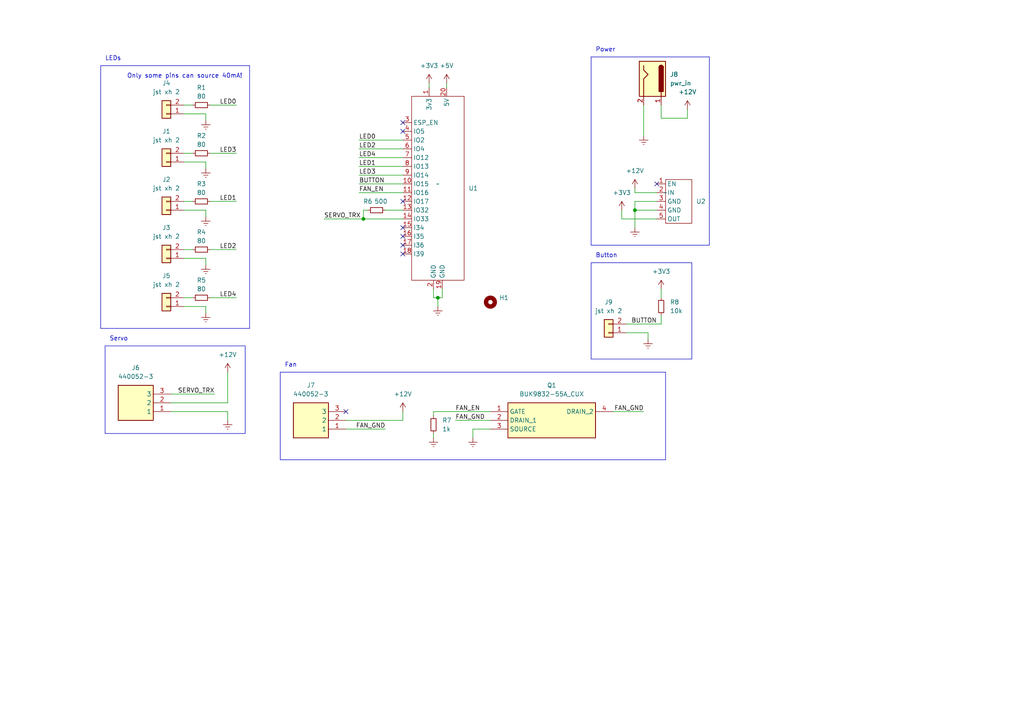
<source format=kicad_sch>
(kicad_sch (version 20231120) (generator "eeschema") (generator_version "8.0")
  (paper "A4")
  (lib_symbols
    (symbol "440052-3:440052-3"
      (property "Reference" "J" (at 16.51 7.62 0))
      (property "Value" "440052-3" (at 16.51 5.08 0))
      (symbol "440052-3_1_1"
        (rectangle (start 5.08 2.54) (end 15.24 -7.62) (stroke (width 0.254)) (fill (type background)))
        (pin passive line (at 0 0 0) (length 5.08) (name "1") (number "1"))
        (pin passive line (at 0 -2.54 0) (length 5.08) (name "2") (number "2"))
        (pin passive line (at 0 -5.08 0) (length 5.08) (name "3") (number "3"))
      )
    )
    (symbol "BUK9832-55A_CUX:BUK9832-55A_CUX"
      (property "Reference" "Q" (at 31.75 7.62 0))
      (property "Value" "BUK9832-55A_CUX" (at 31.75 5.08 0))
      (symbol "BUK9832-55A_CUX_1_1"
        (rectangle (start 5.08 2.54) (end 30.48 -7.62) (stroke (width 0.254)) (fill (type background)))
        (pin passive line (at 0 0 0) (length 5.08) (name "GATE") (number "1"))
        (pin passive line (at 0 -2.54 0) (length 5.08) (name "DRAIN_1") (number "2"))
        (pin passive line (at 0 -5.08 0) (length 5.08) (name "SOURCE") (number "3"))
        (pin passive line (at 35.56 0 180) (length 5.08) (name "DRAIN_2") (number "4"))
      )
    )
    (symbol "Connector:Barrel_Jack" (pin_names (offset 1.016))
      (property "Reference" "J" (at 0 5.334 0))
      (property "Value" "Barrel_Jack" (at 0 -5.08 0))
      (symbol "Barrel_Jack_0_1"
        (rectangle (start -5.08 3.81) (end 5.08 -3.81) (stroke (width 0.254)) (fill (type background)))
        (arc (start -3.302 3.175) (mid -3.9343 2.54) (end -3.302 1.905) (stroke (width 0.254)))
        (arc (start -3.302 3.175) (mid -3.9343 2.54) (end -3.302 1.905) (stroke (width 0.254)) (fill (type outline)))
        (polyline (pts (xy 5.08 2.54) (xy 3.81 2.54)) (stroke (width 0.254)))
        (polyline (pts (xy -3.81 -2.54) (xy -2.54 -2.54) (xy -1.27 -1.27) (xy 0 -2.54) (xy 2.54 -2.54) (xy 5.08 -2.54)) (stroke (width 0.254)))
        (rectangle (start 3.683 3.175) (end -3.302 1.905) (stroke (width 0.254)) (fill (type outline)))
      )
      (symbol "Barrel_Jack_1_1"
        (pin passive line (at 7.62 2.54 180) (length 2.54) (name "~") (number "1"))
        (pin passive line (at 7.62 -2.54 180) (length 2.54) (name "~") (number "2"))
      )
    )
    (symbol "Connector_Generic:Conn_01x02" (pin_names (offset 1.016) hide)
      (property "Reference" "J" (at 0 2.54 0))
      (property "Value" "Conn_01x02" (at 0 -5.08 0))
      (symbol "Conn_01x02_1_1"
        (rectangle (start -1.27 -2.413) (end 0 -2.667) (stroke (width 0.1524)))
        (rectangle (start -1.27 0.127) (end 0 -0.127) (stroke (width 0.1524)))
        (rectangle (start -1.27 1.27) (end 1.27 -3.81) (stroke (width 0.254)) (fill (type background)))
        (pin passive line (at -5.08 0 0) (length 3.81) (name "Pin_1") (number "1"))
        (pin passive line (at -5.08 -2.54 0) (length 3.81) (name "Pin_2") (number "2"))
      )
    )
    (symbol "Device:R_Small" (pin_numbers hide) (pin_names (offset 0.254) hide)
      (property "Reference" "R" (at 0.762 0.508 0))
      (property "Value" "R_Small" (at 0.762 -1.016 0))
      (symbol "R_Small_0_1"
        (rectangle (start -0.762 1.778) (end 0.762 -1.778) (stroke (width 0.2032)))
      )
      (symbol "R_Small_1_1"
        (pin passive line (at 0 2.54 270) (length 0.762) (name "~") (number "1"))
        (pin passive line (at 0 -2.54 90) (length 0.762) (name "~") (number "2"))
      )
    )
    (symbol "Mechanical:MountingHole" (pin_names (offset 1.016))
      (property "Reference" "H" (at 0 5.08 0))
      (property "Value" "MountingHole" (at 0 3.175 0))
      (symbol "MountingHole_0_1"
        (circle (center 0 0) (radius 1.27) (stroke (width 1.27)))
      )
    )
    (symbol "esp32-gateway:esp32-gateway"
      (property "Reference" "U" (at -7.62 29.21 0))
      (symbol "esp32-gateway_0_1"
        (rectangle (start -7.62 25.4) (end 7.62 -27.94))
      )
      (symbol "esp32-gateway_1_1"
        (pin input line (at -2.54 27.94 270) (length 2.54) (name "3v3") (number "1"))
        (pin input line (at -10.16 0 0) (length 2.54) (name "IO15") (number "10"))
        (pin input line (at -10.16 -2.54 0) (length 2.54) (name "IO16") (number "11"))
        (pin input line (at -10.16 -5.08 0) (length 2.54) (name "IO17") (number "12"))
        (pin input line (at -10.16 -7.62 0) (length 2.54) (name "IO32") (number "13"))
        (pin input line (at -10.16 -10.16 0) (length 2.54) (name "IO33") (number "14"))
        (pin input line (at -10.16 -12.7 0) (length 2.54) (name "I34") (number "15"))
        (pin input line (at -10.16 -15.24 0) (length 2.54) (name "I35") (number "16"))
        (pin input line (at -10.16 -17.78 0) (length 2.54) (name "I36") (number "17"))
        (pin input line (at -10.16 -20.32 0) (length 2.54) (name "I39") (number "18"))
        (pin input line (at 1.27 -30.48 90) (length 2.54) (name "GND") (number "19"))
        (pin input line (at -1.27 -30.48 90) (length 2.54) (name "GND") (number "2"))
        (pin input line (at 2.54 27.94 270) (length 2.54) (name "5V") (number "20"))
        (pin input line (at -10.16 17.78 0) (length 2.54) (name "ESP_EN") (number "3"))
        (pin input line (at -10.16 15.24 0) (length 2.54) (name "IO5") (number "4"))
        (pin input line (at -10.16 12.7 0) (length 2.54) (name "IO2") (number "5"))
        (pin input line (at -10.16 10.16 0) (length 2.54) (name "IO4") (number "6"))
        (pin input line (at -10.16 7.62 0) (length 2.54) (name "IO12") (number "7"))
        (pin input line (at -10.16 5.08 0) (length 2.54) (name "IO13") (number "8"))
        (pin input line (at -10.16 2.54 0) (length 2.54) (name "IO14") (number "9"))
      )
    )
    (symbol "esp32-gateway:polulu-durin"
      (property "Reference" "U" (at 0 6.35 0))
      (symbol "polulu-durin_0_1"
        (rectangle (start -3.81 3.81) (end 3.81 -8.89))
      )
      (symbol "polulu-durin_1_1"
        (pin input line (at -6.35 2.54 0) (length 2.54) (name "EN") (number "1"))
        (pin input line (at -6.35 0 0) (length 2.54) (name "IN") (number "2"))
        (pin input line (at -6.35 -2.54 0) (length 2.54) (name "GND") (number "3"))
        (pin input line (at -6.35 -5.08 0) (length 2.54) (name "GND") (number "4"))
        (pin input line (at -6.35 -7.62 0) (length 2.54) (name "OUT") (number "5"))
      )
    )
    (symbol "power:+12V" (power) (pin_names (offset 0))
      (property "Value" "+12V" (at 0 3.556 0))
      (symbol "+12V_0_1"
        (polyline (pts (xy -0.762 1.27) (xy 0 2.54)))
        (polyline (pts (xy 0 0) (xy 0 2.54)))
        (polyline (pts (xy 0 2.54) (xy 0.762 1.27)))
      )
      (symbol "+12V_1_1"
        (pin power_in line (at 0 0 90) (length 0) hide (name "+12V") (number "1"))
      )
    )
    (symbol "power:+3V3" (power) (pin_names (offset 0))
      (property "Value" "+3V3" (at 0 3.556 0))
      (symbol "+3V3_0_1"
        (polyline (pts (xy -0.762 1.27) (xy 0 2.54)))
        (polyline (pts (xy 0 0) (xy 0 2.54)))
        (polyline (pts (xy 0 2.54) (xy 0.762 1.27)))
      )
      (symbol "+3V3_1_1"
        (pin power_in line (at 0 0 90) (length 0) hide (name "+3V3") (number "1"))
      )
    )
    (symbol "power:+5V" (power) (pin_names (offset 0))
      (property "Value" "+5V" (at 0 3.556 0))
      (symbol "+5V_0_1"
        (polyline (pts (xy -0.762 1.27) (xy 0 2.54)))
        (polyline (pts (xy 0 0) (xy 0 2.54)))
        (polyline (pts (xy 0 2.54) (xy 0.762 1.27)))
      )
      (symbol "+5V_1_1"
        (pin power_in line (at 0 0 90) (length 0) hide (name "+5V") (number "1"))
      )
    )
    (symbol "power:Earth" (power) (pin_names (offset 0))
      (symbol "Earth_0_1"
        (polyline (pts (xy -0.635 -1.905) (xy 0.635 -1.905)))
        (polyline (pts (xy -0.127 -2.54) (xy 0.127 -2.54)))
        (polyline (pts (xy 0 -1.27) (xy 0 0)))
        (polyline (pts (xy 1.27 -1.27) (xy -1.27 -1.27)))
      )
      (symbol "Earth_1_1"
        (pin power_in line (at 0 0 270) (length 0) hide (name "Earth") (number "1"))
      )
    )
  )
  (junction (at 105.41 63.5))
  (junction (at 127 86.36))
  (junction (at 184.15 60.96))
  (no_connect (at 190.5 53.34))
  (no_connect (at 116.84 68.58))
  (no_connect (at 116.84 35.56))
  (no_connect (at 100.33 119.38))
  (no_connect (at 116.84 73.66))
  (no_connect (at 116.84 66.04))
  (no_connect (at 116.84 58.42))
  (no_connect (at 116.84 71.12))
  (no_connect (at 116.84 38.1))
  (wire (pts (xy 104.14 45.72) (xy 116.84 45.72)))
  (wire (pts (xy 60.96 30.48) (xy 68.58 30.48)))
  (wire (pts (xy 199.39 34.29) (xy 199.39 31.75)))
  (wire (pts (xy 190.5 63.5) (xy 180.34 63.5)))
  (wire (pts (xy 187.96 96.52) (xy 187.96 98.425)))
  (wire (pts (xy 104.14 40.64) (xy 116.84 40.64)))
  (wire (pts (xy 116.84 121.92) (xy 116.84 119.38)))
  (polyline (pts (xy 72.39 19.05) (xy 72.39 95.25)))
  (wire (pts (xy 125.73 86.36) (xy 127 86.36)))
  (wire (pts (xy 59.69 33.02) (xy 59.69 34.925)))
  (wire (pts (xy 66.04 119.38) (xy 66.04 121.92)))
  (wire (pts (xy 125.73 83.82) (xy 125.73 86.36)))
  (wire (pts (xy 181.61 93.98) (xy 191.77 93.98)))
  (wire (pts (xy 106.68 60.96) (xy 105.41 60.96)))
  (wire (pts (xy 100.33 124.46) (xy 111.76 124.46)))
  (wire (pts (xy 184.15 60.96) (xy 184.15 66.04)))
  (wire (pts (xy 191.77 34.29) (xy 199.39 34.29)))
  (wire (pts (xy 191.77 93.98) (xy 191.77 91.44)))
  (wire (pts (xy 59.69 88.9) (xy 59.69 90.805)))
  (polyline (pts (xy 171.45 71.12) (xy 205.74 71.12)))
  (wire (pts (xy 60.96 86.36) (xy 68.58 86.36)))
  (wire (pts (xy 53.34 58.42) (xy 55.88 58.42)))
  (wire (pts (xy 129.54 24.13) (xy 129.54 25.4)))
  (wire (pts (xy 104.14 43.18) (xy 116.84 43.18)))
  (wire (pts (xy 104.14 50.8) (xy 116.84 50.8)))
  (wire (pts (xy 53.34 74.93) (xy 59.69 74.93)))
  (polyline (pts (xy 29.21 19.05) (xy 72.39 19.05)))
  (wire (pts (xy 184.15 60.96) (xy 190.5 60.96)))
  (wire (pts (xy 104.14 55.88) (xy 116.84 55.88)))
  (wire (pts (xy 125.73 119.38) (xy 142.24 119.38)))
  (wire (pts (xy 53.34 60.96) (xy 59.69 60.96)))
  (wire (pts (xy 53.34 88.9) (xy 59.69 88.9)))
  (wire (pts (xy 181.61 96.52) (xy 187.96 96.52)))
  (wire (pts (xy 60.96 72.39) (xy 68.58 72.39)))
  (polyline (pts (xy 171.45 16.51) (xy 205.74 16.51)))
  (wire (pts (xy 137.16 124.46) (xy 142.24 124.46)))
  (wire (pts (xy 105.41 63.5) (xy 116.84 63.5)))
  (wire (pts (xy 132.08 121.92) (xy 142.24 121.92)))
  (wire (pts (xy 180.34 60.96) (xy 180.34 63.5)))
  (wire (pts (xy 53.34 72.39) (xy 55.88 72.39)))
  (wire (pts (xy 186.69 30.48) (xy 186.69 39.37)))
  (wire (pts (xy 104.14 48.26) (xy 116.84 48.26)))
  (wire (pts (xy 60.96 58.42) (xy 68.58 58.42)))
  (wire (pts (xy 184.15 58.42) (xy 190.5 58.42)))
  (wire (pts (xy 137.16 124.46) (xy 137.16 127)))
  (wire (pts (xy 59.69 46.99) (xy 59.69 48.895)))
  (wire (pts (xy 124.46 24.13) (xy 124.46 25.4)))
  (wire (pts (xy 105.41 60.96) (xy 105.41 63.5)))
  (wire (pts (xy 128.27 86.36) (xy 128.27 83.82)))
  (wire (pts (xy 127 86.36) (xy 128.27 86.36)))
  (wire (pts (xy 49.53 114.3) (xy 62.23 114.3)))
  (wire (pts (xy 177.8 119.38) (xy 186.69 119.38)))
  (wire (pts (xy 104.14 53.34) (xy 116.84 53.34)))
  (wire (pts (xy 53.34 46.99) (xy 59.69 46.99)))
  (wire (pts (xy 125.73 119.38) (xy 125.73 120.65)))
  (polyline (pts (xy 205.74 71.12) (xy 205.74 16.51)))
  (wire (pts (xy 93.98 63.5) (xy 105.41 63.5)))
  (polyline (pts (xy 29.21 19.05) (xy 29.21 95.25)))
  (wire (pts (xy 49.53 119.38) (xy 66.04 119.38)))
  (wire (pts (xy 127 86.36) (xy 127 88.9)))
  (polyline (pts (xy 171.45 16.51) (xy 171.45 71.12)))
  (wire (pts (xy 59.69 60.96) (xy 59.69 62.865)))
  (wire (pts (xy 111.76 60.96) (xy 116.84 60.96)))
  (wire (pts (xy 49.53 116.84) (xy 66.04 116.84)))
  (wire (pts (xy 125.73 125.73) (xy 125.73 127)))
  (wire (pts (xy 53.34 33.02) (xy 59.69 33.02)))
  (wire (pts (xy 184.15 55.88) (xy 184.15 54.61)))
  (wire (pts (xy 100.33 121.92) (xy 116.84 121.92)))
  (wire (pts (xy 53.34 30.48) (xy 55.88 30.48)))
  (wire (pts (xy 184.15 58.42) (xy 184.15 60.96)))
  (wire (pts (xy 53.34 86.36) (xy 55.88 86.36)))
  (wire (pts (xy 59.69 74.93) (xy 59.69 76.835)))
  (wire (pts (xy 60.96 44.45) (xy 68.58 44.45)))
  (polyline (pts (xy 72.39 95.25) (xy 29.21 95.25)))
  (wire (pts (xy 53.34 44.45) (xy 55.88 44.45)))
  (wire (pts (xy 190.5 55.88) (xy 184.15 55.88)))
  (wire (pts (xy 66.04 116.84) (xy 66.04 107.95)))
  (wire (pts (xy 191.77 83.82) (xy 191.77 86.36)))
  (wire (pts (xy 191.77 30.48) (xy 191.77 34.29)))
  (rectangle (start 30.48 100.33) (end 71.12 125.73))
  (rectangle (start 81.28 107.95) (end 193.04 133.35))
  (rectangle (start 171.45 76.2) (end 200.66 104.14))
  (text "Only some pins can source 40mA!" (at 36.83 22.86 0) (effects (font (size 1.27 1.27)) (justify left bottom)))
  (text "Servo" (at 31.75 99.06 0) (effects (font (size 1.27 1.27)) (justify left bottom)))
  (text "Power" (at 172.72 15.24 0) (effects (font (size 1.27 1.27)) (justify left bottom)))
  (text "Fan" (at 82.55 106.68 0) (effects (font (size 1.27 1.27)) (justify left bottom)))
  (text "LEDs" (at 30.48 17.78 0) (effects (font (size 1.27 1.27)) (justify left bottom)))
  (text "Button" (at 172.72 74.93 0) (effects (font (size 1.27 1.27)) (justify left bottom)))
  (label "LED4" (at 68.58 86.36 180))
  (label "FAN_GND" (at 111.76 124.46 180))
  (label "LED0" (at 68.58 30.48 180))
  (label "LED2" (at 104.14 43.18 0))
  (label "LED1" (at 104.14 48.26 0))
  (label "LED0" (at 104.14 40.64 0))
  (label "LED3" (at 68.58 44.45 180))
  (label "LED3" (at 104.14 50.8 0))
  (label "FAN_EN" (at 132.08 119.38 0))
  (label "LED4" (at 104.14 45.72 0))
  (label "FAN_GND" (at 132.08 121.92 0))
  (label "FAN_GND" (at 186.69 119.38 180))
  (label "SERVO_TRX" (at 62.23 114.3 180))
  (label "BUTTON" (at 190.5 93.98 180))
  (label "SERVO_TRX" (at 93.98 63.5 0))
  (label "FAN_EN" (at 104.14 55.88 0))
  (label "LED1" (at 68.58 58.42 180))
  (label "LED2" (at 68.58 72.39 180))
  (label "BUTTON" (at 104.14 53.34 0))
  (symbol (lib_id "power:Earth") (at 187.96 98.425 0) (unit 1)
    (property "Reference" "#PWR019" (effects (hide yes)))
    (property "Value" "Earth" (effects (hide yes)))
  )
  (symbol (lib_id "power:+3V3") (at 124.46 24.13 0) (unit 1)
    (property "Reference" "#PWR08" (effects (hide yes)))
    (property "Value" "+3V3" (at 124.46 19.05 0))
  )
  (symbol (lib_id "Device:R_Small") (at 58.42 72.39 90) (unit 1)
    (property "Reference" "R4" (at 58.42 67.31 90))
    (property "Value" "80" (at 58.42 69.85 90))
    (property "Footprint" "Resistor_SMD:R_0603_1608Metric_Pad0.98x0.95mm_HandSolder" (effects (hide yes)))
  )
  (symbol (lib_id "Device:R_Small") (at 125.73 123.19 0) (unit 1)
    (property "Reference" "R7" (at 128.27 121.92 0) (effects (justify left)))
    (property "Value" "1k" (at 128.27 124.46 0) (effects (justify left)))
    (property "Footprint" "Resistor_SMD:R_0603_1608Metric_Pad0.98x0.95mm_HandSolder" (effects (hide yes)))
  )
  (symbol (lib_id "Mechanical:MountingHole") (at 142.24 87.63 0) (unit 1)
    (property "Reference" "H1" (at 144.78 86.36 0) (effects (justify left)))
    (property "Value" "MountingHole_Pad" (effects (hide yes)))
    (property "Footprint" "MountingHole:MountingHole_3.5mm" (effects (hide yes)))
  )
  (symbol (lib_id "power:+3V3") (at 191.77 83.82 0) (unit 1)
    (property "Reference" "#PWR020" (effects (hide yes)))
    (property "Value" "+3V3" (at 191.77 78.74 0))
  )
  (symbol (lib_id "power:+12V") (at 66.04 107.95 0) (unit 1)
    (property "Reference" "#PWR010" (effects (hide yes)))
    (property "Value" "+12V" (at 66.04 102.87 0))
  )
  (symbol (lib_id "power:Earth") (at 125.73 127 0) (unit 1)
    (property "Reference" "#PWR015" (effects (hide yes)))
    (property "Value" "Earth" (effects (hide yes)))
  )
  (symbol (lib_id "power:+3V3") (at 180.34 60.96 0) (unit 1)
    (property "Reference" "#PWR018" (effects (hide yes)))
    (property "Value" "+3V3" (at 180.34 55.88 0))
  )
  (symbol (lib_id "440052-3:440052-3") (at 49.53 119.38 180) (unit 1)
    (property "Reference" "J6" (at 39.37 106.68 0))
    (property "Value" "440052-3" (at 39.37 109.22 0))
    (property "Footprint" "440052-3:SHDR3W64P0X250_1X3_1000X380X630P" (effects (hide yes)))
    (property "Datasheet" "https://www.te.com/commerce/DocumentDelivery/DDEController?Action=srchrtrv&DocNm=1-1773713-2_HPI_QRG_EN&DocType=Data+Sheet&DocLang=English&PartCntxt=440052-3&DocFormat=pdf" (effects (hide yes)))
    (property "Height" "6.3" (effects (hide yes)))
    (property "Mouser Part Number" "571-440052-3" (effects (hide yes)))
    (property "Mouser Price/Stock" "https://www.mouser.co.uk/ProductDetail/TE-Connectivity/440052-3?qs=JFPmFzpscO5Zy2LImlKaxA%3D%3D" (effects (hide yes)))
    (property "Manufacturer_Name" "TE Connectivity" (effects (hide yes)))
    (property "Manufacturer_Part_Number" "440052-3" (effects (hide yes)))
  )
  (symbol (lib_id "power:Earth") (at 66.04 121.92 0) (unit 1)
    (property "Reference" "#PWR011" (effects (hide yes)))
    (property "Value" "Earth" (effects (hide yes)))
  )
  (symbol (lib_id "power:Earth") (at 59.69 76.835 0) (unit 1)
    (property "Reference" "#PWR03" (effects (hide yes)))
    (property "Value" "Earth" (effects (hide yes)))
  )
  (symbol (lib_id "Connector:Barrel_Jack") (at 189.23 22.86 270) (unit 1)
    (property "Reference" "J8" (at 194.31 21.59 90) (effects (justify left)))
    (property "Value" "pwr_in" (at 194.31 24.13 90) (effects (justify left)))
    (property "Footprint" "Connector_BarrelJack:BarrelJack_Horizontal" (effects (hide yes)))
  )
  (symbol (lib_id "Device:R_Small") (at 58.42 58.42 90) (unit 1)
    (property "Reference" "R3" (at 58.42 53.34 90))
    (property "Value" "80" (at 58.42 55.88 90))
    (property "Footprint" "Resistor_SMD:R_0603_1608Metric_Pad0.98x0.95mm_HandSolder" (effects (hide yes)))
  )
  (symbol (lib_id "Connector_Generic:Conn_01x02") (at 48.26 74.93 180) (unit 1)
    (property "Reference" "J3" (at 48.26 66.04 0))
    (property "Value" "jst xh 2" (at 48.26 68.58 0))
    (property "Footprint" "Connector_JST:JST_XH_B2B-XH-A_1x02_P2.50mm_Vertical" (effects (hide yes)))
  )
  (symbol (lib_id "power:+5V") (at 129.54 24.13 0) (unit 1)
    (property "Reference" "#PWR09" (effects (hide yes)))
    (property "Value" "+5V" (at 129.54 19.05 0))
  )
  (symbol (lib_id "Device:R_Small") (at 58.42 44.45 90) (unit 1)
    (property "Reference" "R2" (at 58.42 39.37 90))
    (property "Value" "80" (at 58.42 41.91 90))
    (property "Footprint" "Resistor_SMD:R_0603_1608Metric_Pad0.98x0.95mm_HandSolder" (effects (hide yes)))
  )
  (symbol (lib_id "power:Earth") (at 59.69 34.925 0) (unit 1)
    (property "Reference" "#PWR04" (effects (hide yes)))
    (property "Value" "Earth" (effects (hide yes)))
  )
  (symbol (lib_id "power:Earth") (at 59.69 48.895 0) (unit 1)
    (property "Reference" "#PWR01" (effects (hide yes)))
    (property "Value" "Earth" (effects (hide yes)))
  )
  (symbol (lib_id "power:Earth") (at 137.16 127 0) (unit 1)
    (property "Reference" "#PWR07" (effects (hide yes)))
    (property "Value" "Earth" (effects (hide yes)))
  )
  (symbol (lib_id "power:+12V") (at 184.15 54.61 0) (unit 1)
    (property "Reference" "#PWR016" (effects (hide yes)))
    (property "Value" "+12V" (at 184.15 49.53 0))
  )
  (symbol (lib_id "Device:R_Small") (at 58.42 86.36 90) (unit 1)
    (property "Reference" "R5" (at 58.42 81.28 90))
    (property "Value" "80" (at 58.42 83.82 90))
    (property "Footprint" "Resistor_SMD:R_0603_1608Metric_Pad0.98x0.95mm_HandSolder" (effects (hide yes)))
  )
  (symbol (lib_id "power:Earth") (at 59.69 62.865 0) (unit 1)
    (property "Reference" "#PWR02" (effects (hide yes)))
    (property "Value" "Earth" (effects (hide yes)))
  )
  (symbol (lib_id "power:Earth") (at 59.69 90.805 0) (unit 1)
    (property "Reference" "#PWR05" (effects (hide yes)))
    (property "Value" "Earth" (effects (hide yes)))
  )
  (symbol (lib_id "440052-3:440052-3") (at 100.33 124.46 180) (unit 1)
    (property "Reference" "J7" (at 90.17 111.76 0))
    (property "Value" "440052-3" (at 90.17 114.3 0))
    (property "Footprint" "440052-3:SHDR3W64P0X250_1X3_1000X380X630P" (effects (hide yes)))
    (property "Datasheet" "https://www.te.com/commerce/DocumentDelivery/DDEController?Action=srchrtrv&DocNm=1-1773713-2_HPI_QRG_EN&DocType=Data+Sheet&DocLang=English&PartCntxt=440052-3&DocFormat=pdf" (effects (hide yes)))
    (property "Height" "6.3" (effects (hide yes)))
    (property "Mouser Part Number" "571-440052-3" (effects (hide yes)))
    (property "Mouser Price/Stock" "https://www.mouser.co.uk/ProductDetail/TE-Connectivity/440052-3?qs=JFPmFzpscO5Zy2LImlKaxA%3D%3D" (effects (hide yes)))
    (property "Manufacturer_Name" "TE Connectivity" (effects (hide yes)))
    (property "Manufacturer_Part_Number" "440052-3" (effects (hide yes)))
  )
  (symbol (lib_id "Connector_Generic:Conn_01x02") (at 48.26 33.02 180) (unit 1)
    (property "Reference" "J4" (at 48.26 24.13 0))
    (property "Value" "jst xh 2" (at 48.26 26.67 0))
    (property "Footprint" "Connector_JST:JST_XH_B2B-XH-A_1x02_P2.50mm_Vertical" (effects (hide yes)))
  )
  (symbol (lib_id "Connector_Generic:Conn_01x02") (at 48.26 60.96 180) (unit 1)
    (property "Reference" "J2" (at 48.26 52.07 0))
    (property "Value" "jst xh 2" (at 48.26 54.61 0))
    (property "Footprint" "Connector_JST:JST_XH_B2B-XH-A_1x02_P2.50mm_Vertical" (effects (hide yes)))
  )
  (symbol (lib_id "Device:R_Small") (at 58.42 30.48 90) (unit 1)
    (property "Reference" "R1" (at 58.42 25.4 90))
    (property "Value" "80" (at 58.42 27.94 90))
    (property "Footprint" "Resistor_SMD:R_0603_1608Metric_Pad0.98x0.95mm_HandSolder" (effects (hide yes)))
  )
  (symbol (lib_id "esp32-gateway:polulu-durin") (at 196.85 55.88 0) (unit 1)
    (property "Reference" "U2" (at 201.93 58.42 0) (effects (justify left)))
    (property "Value" "~" (at 193.04 55.88 0))
    (property "Footprint" "esp32-gateway:polulu-durin" (effects (hide yes)))
  )
  (symbol (lib_id "Device:R_Small") (at 109.22 60.96 270) (unit 1)
    (property "Reference" "R6" (at 106.68 58.42 90))
    (property "Value" "500" (at 110.49 58.42 90))
    (property "Footprint" "Resistor_SMD:R_0603_1608Metric_Pad0.98x0.95mm_HandSolder" (effects (hide yes)))
  )
  (symbol (lib_id "esp32-gateway:esp32-gateway") (at 127 53.34 0) (unit 1)
    (property "Reference" "U1" (at 135.89 54.61 0) (effects (justify left)))
    (property "Value" "~" (at 127 53.34 0))
    (property "Footprint" "esp32-gateway:esp32-gateway" (effects (hide yes)))
  )
  (symbol (lib_id "Connector_Generic:Conn_01x02") (at 48.26 88.9 180) (unit 1)
    (property "Reference" "J5" (at 48.26 80.01 0))
    (property "Value" "jst xh 2" (at 48.26 82.55 0))
    (property "Footprint" "Connector_JST:JST_XH_B2B-XH-A_1x02_P2.50mm_Vertical" (effects (hide yes)))
  )
  (symbol (lib_id "power:+12V") (at 116.84 119.38 0) (unit 1)
    (property "Reference" "#PWR012" (effects (hide yes)))
    (property "Value" "+12V" (at 116.84 114.3 0))
  )
  (symbol (lib_id "power:+12V") (at 199.39 31.75 0) (unit 1)
    (property "Reference" "#PWR014" (effects (hide yes)))
    (property "Value" "+12V" (at 199.39 26.67 0))
  )
  (symbol (lib_id "power:Earth") (at 184.15 66.04 0) (unit 1)
    (property "Reference" "#PWR017" (effects (hide yes)))
    (property "Value" "Earth" (effects (hide yes)))
  )
  (symbol (lib_id "Connector_Generic:Conn_01x02") (at 48.26 46.99 180) (unit 1)
    (property "Reference" "J1" (at 48.26 38.1 0))
    (property "Value" "jst xh 2" (at 48.26 40.64 0))
    (property "Footprint" "Connector_JST:JST_XH_B2B-XH-A_1x02_P2.50mm_Vertical" (effects (hide yes)))
  )
  (symbol (lib_id "power:Earth") (at 127 88.9 0) (unit 1)
    (property "Reference" "#PWR06" (effects (hide yes)))
    (property "Value" "Earth" (effects (hide yes)))
  )
  (symbol (lib_id "Device:R_Small") (at 191.77 88.9 0) (unit 1)
    (property "Reference" "R8" (at 194.31 87.63 0) (effects (justify left)))
    (property "Value" "10k" (at 194.31 90.17 0) (effects (justify left)))
    (property "Footprint" "Resistor_SMD:R_0603_1608Metric_Pad0.98x0.95mm_HandSolder" (effects (hide yes)))
  )
  (symbol (lib_id "BUK9832-55A_CUX:BUK9832-55A_CUX") (at 142.24 119.38 0) (unit 1)
    (property "Reference" "Q1" (at 160.02 111.76 0))
    (property "Value" "BUK9832-55A_CUX" (at 160.02 114.3 0))
    (property "Footprint" "BUK9832-55A_CUX:SOT230P700X180-4N" (effects (hide yes)))
    (property "Datasheet" "https://assets.nexperia.com/documents/data-sheet/BUK9832-55A.pdf" (effects (hide yes)))
    (property "Height" "1.8" (effects (hide yes)))
    (property "Mouser Part Number" "771-BUK9832-55A/CUX" (effects (hide yes)))
    (property "Mouser Price/Stock" "https://www.mouser.co.uk/ProductDetail/Nexperia/BUK9832-55A-CUX?qs=Yna0arPQ0CQmqEEmts1kDA%3D%3D" (effects (hide yes)))
    (property "Manufacturer_Name" "Nexperia" (effects (hide yes)))
    (property "Manufacturer_Part_Number" "BUK9832-55A/CUX" (effects (hide yes)))
  )
  (symbol (lib_id "power:Earth") (at 186.69 39.37 0) (unit 1)
    (property "Reference" "#PWR013" (effects (hide yes)))
    (property "Value" "Earth" (effects (hide yes)))
  )
  (symbol (lib_id "Connector_Generic:Conn_01x02") (at 176.53 96.52 180) (unit 1)
    (property "Reference" "J9" (at 176.53 87.63 0))
    (property "Value" "jst xh 2" (at 176.53 90.17 0))
    (property "Footprint" "Connector_JST:JST_XH_B2B-XH-A_1x02_P2.50mm_Vertical" (effects (hide yes)))
  )
)
</source>
